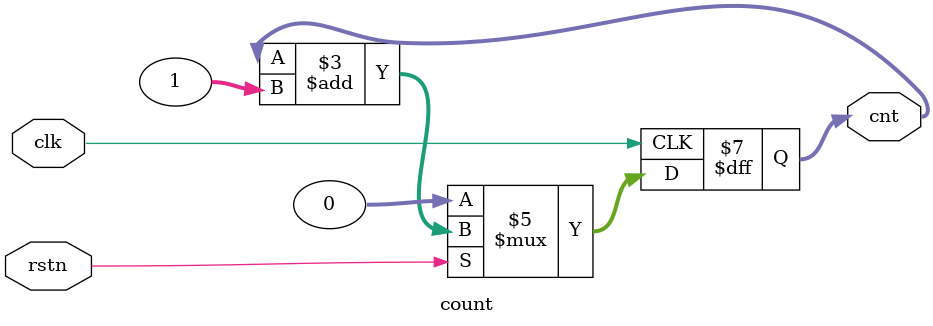
<source format=v>
/*
 * MODULE: count
 *
 * DESCRIPTION: 32-bit counter with an active-low synchronous reset.
 *
 * PARAMETERS:
 *   N/A
 *
 * INPUTS:
 *   clk
 *     - Clock.
 *   rstn
 *     - Active-low reset.
 *
 * OUTPUTS:
 *   cnt [31:0]
 *     - Counter output.
 */
module count (
	clk,
	rstn,
	cnt
);

	// Input Port Declarations
	input	wire			clk;
	input	wire			rstn;

	// Output Port Declarations
	output	reg		[31:0]	cnt;

	// Counter
	always @ ( posedge clk )
	begin : COUNTER
		if ( rstn == 0 )
		begin
			cnt <= 32'd0;
		end
		else
		begin
			cnt <= cnt + 1;
		end
	end

endmodule

</source>
